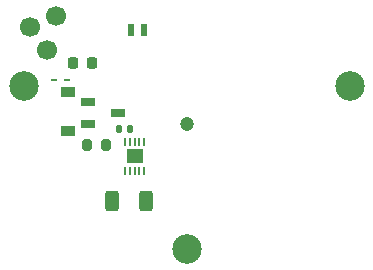
<source format=gbr>
%TF.GenerationSoftware,KiCad,Pcbnew,8.0.3*%
%TF.CreationDate,2025-07-02T10:16:16+03:00*%
%TF.ProjectId,LeafSensorPico,4c656166-5365-46e7-936f-725069636f2e,rev?*%
%TF.SameCoordinates,Original*%
%TF.FileFunction,Soldermask,Bot*%
%TF.FilePolarity,Negative*%
%FSLAX46Y46*%
G04 Gerber Fmt 4.6, Leading zero omitted, Abs format (unit mm)*
G04 Created by KiCad (PCBNEW 8.0.3) date 2025-07-02 10:16:16*
%MOMM*%
%LPD*%
G01*
G04 APERTURE LIST*
G04 Aperture macros list*
%AMRoundRect*
0 Rectangle with rounded corners*
0 $1 Rounding radius*
0 $2 $3 $4 $5 $6 $7 $8 $9 X,Y pos of 4 corners*
0 Add a 4 corners polygon primitive as box body*
4,1,4,$2,$3,$4,$5,$6,$7,$8,$9,$2,$3,0*
0 Add four circle primitives for the rounded corners*
1,1,$1+$1,$2,$3*
1,1,$1+$1,$4,$5*
1,1,$1+$1,$6,$7*
1,1,$1+$1,$8,$9*
0 Add four rect primitives between the rounded corners*
20,1,$1+$1,$2,$3,$4,$5,0*
20,1,$1+$1,$4,$5,$6,$7,0*
20,1,$1+$1,$6,$7,$8,$9,0*
20,1,$1+$1,$8,$9,$2,$3,0*%
G04 Aperture macros list end*
%ADD10C,1.700000*%
%ADD11R,1.220000X0.910000*%
%ADD12RoundRect,0.250000X-0.312500X-0.625000X0.312500X-0.625000X0.312500X0.625000X-0.312500X0.625000X0*%
%ADD13C,2.500000*%
%ADD14C,1.200000*%
%ADD15R,0.500000X1.000000*%
%ADD16RoundRect,0.200000X-0.200000X-0.275000X0.200000X-0.275000X0.200000X0.275000X-0.200000X0.275000X0*%
%ADD17RoundRect,0.140000X0.140000X0.170000X-0.140000X0.170000X-0.140000X-0.170000X0.140000X-0.170000X0*%
%ADD18R,1.150000X0.700000*%
%ADD19O,0.200000X0.680000*%
%ADD20R,1.400000X1.300000*%
%ADD21RoundRect,0.225000X0.225000X0.250000X-0.225000X0.250000X-0.225000X-0.250000X0.225000X-0.250000X0*%
%ADD22R,0.520000X0.260000*%
G04 APERTURE END LIST*
D10*
%TO.C,SW1*%
X132620106Y-88977989D03*
X133396563Y-86080212D03*
X131173076Y-87037345D03*
%TD*%
D11*
%TO.C,D1*%
X134340600Y-92543200D03*
X134340600Y-95823200D03*
%TD*%
D12*
%TO.C,R10*%
X138059700Y-101777800D03*
X140984700Y-101777800D03*
%TD*%
D13*
%TO.C,TP2*%
X158216616Y-91988003D03*
%TD*%
%TO.C,TP1*%
X144416616Y-105788003D03*
%TD*%
D14*
%TO.C,CN1*%
X144406616Y-95238003D03*
%TD*%
D15*
%TO.C,X1*%
X139732200Y-87249000D03*
X140792200Y-87249000D03*
%TD*%
D16*
%TO.C,R1*%
X135966200Y-97002600D03*
X137616200Y-97002600D03*
%TD*%
D13*
%TO.C,TP3*%
X130616616Y-91988003D03*
%TD*%
D17*
%TO.C,C10*%
X139649200Y-95605600D03*
X138689200Y-95605600D03*
%TD*%
D18*
%TO.C,Q1*%
X136093200Y-95219600D03*
X138593200Y-94269600D03*
X136093200Y-93319600D03*
%TD*%
D19*
%TO.C,U2*%
X140817600Y-99161600D03*
X140417600Y-99161600D03*
X140017600Y-99161600D03*
X139617600Y-99161600D03*
X139217600Y-99161600D03*
X139217600Y-96721600D03*
X139617600Y-96721600D03*
X140017600Y-96721600D03*
X140417600Y-96721600D03*
X140817600Y-96721600D03*
D20*
X140017600Y-97941600D03*
%TD*%
D21*
%TO.C,C6*%
X136385600Y-90017600D03*
X134835600Y-90017600D03*
%TD*%
D22*
%TO.C,D2*%
X134296400Y-91490800D03*
X133216400Y-91490800D03*
%TD*%
M02*

</source>
